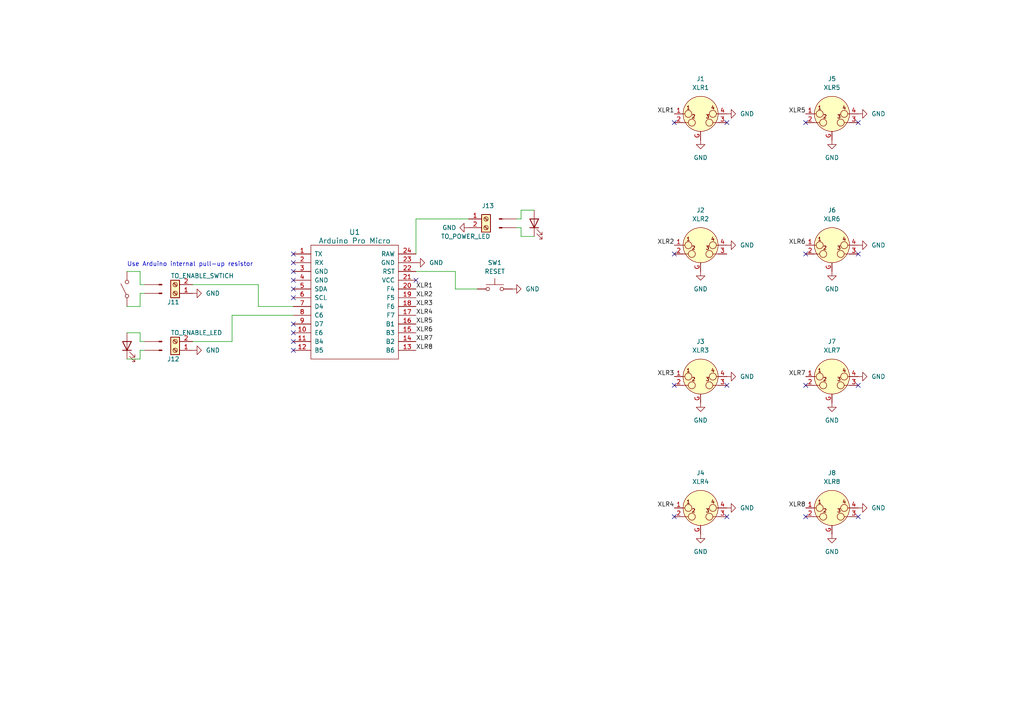
<source format=kicad_sch>
(kicad_sch (version 20211123) (generator eeschema)
  (paper "A4")
  (lib_symbols
    (symbol "Arduino Pro Micro:ProMicro" (pin_names (offset 1.016))
      (property "Reference" "U" (at 0 24.13 0))
      (property "Value" "ProMicro" (at 0 -13.97 0))
      (symbol "ProMicro_0_1"
        (rectangle (start -12.7 21.59) (end 12.7 -11.43))
      )
      (symbol "ProMicro_1_1"
        (pin bidirectional line (at -17.78 19.05 0) (length 5.08) (name "TX") (number "1"))
        (pin bidirectional line (at -17.78 -3.81 0) (length 5.08) (name "E6") (number "10"))
        (pin bidirectional line (at -17.78 -6.35 0) (length 5.08) (name "B4") (number "11"))
        (pin bidirectional line (at -17.78 -8.89 0) (length 5.08) (name "B5") (number "12"))
        (pin bidirectional line (at 17.78 -8.89 180) (length 5.08) (name "B6") (number "13"))
        (pin bidirectional line (at 17.78 -6.35 180) (length 5.08) (name "B2") (number "14"))
        (pin bidirectional line (at 17.78 -3.81 180) (length 5.08) (name "B3") (number "15"))
        (pin bidirectional line (at 17.78 -1.27 180) (length 5.08) (name "B1") (number "16"))
        (pin bidirectional line (at 17.78 1.27 180) (length 5.08) (name "F7") (number "17"))
        (pin bidirectional line (at 17.78 3.81 180) (length 5.08) (name "F6") (number "18"))
        (pin bidirectional line (at 17.78 6.35 180) (length 5.08) (name "F5") (number "19"))
        (pin bidirectional line (at -17.78 16.51 0) (length 5.08) (name "RX") (number "2"))
        (pin bidirectional line (at 17.78 8.89 180) (length 5.08) (name "F4") (number "20"))
        (pin power_in line (at 17.78 11.43 180) (length 5.08) (name "VCC") (number "21"))
        (pin input line (at 17.78 13.97 180) (length 5.08) (name "RST") (number "22"))
        (pin power_in line (at 17.78 16.51 180) (length 5.08) (name "GND") (number "23"))
        (pin power_out line (at 17.78 19.05 180) (length 5.08) (name "RAW") (number "24"))
        (pin power_in line (at -17.78 13.97 0) (length 5.08) (name "GND") (number "3"))
        (pin power_in line (at -17.78 11.43 0) (length 5.08) (name "GND") (number "4"))
        (pin bidirectional line (at -17.78 8.89 0) (length 5.08) (name "SDA") (number "5"))
        (pin bidirectional line (at -17.78 6.35 0) (length 5.08) (name "SCL") (number "6"))
        (pin bidirectional line (at -17.78 3.81 0) (length 5.08) (name "D4") (number "7"))
        (pin bidirectional line (at -17.78 1.27 0) (length 5.08) (name "C6") (number "8"))
        (pin bidirectional line (at -17.78 -1.27 0) (length 5.08) (name "D7") (number "9"))
      )
    )
    (symbol "Conn_01x02_Male_1" (pin_numbers hide) (pin_names (offset 1.016) hide)
      (property "Reference" "J" (at 0 2.54 0))
      (property "Value" "Conn_01x02_Male_1" (at 0 -5.08 0))
      (symbol "Conn_01x02_Male_1_1_1"
        (polyline (pts (xy 1.27 -2.54) (xy 0.8636 -2.54)) (stroke (width 0.1524)))
        (polyline (pts (xy 1.27 0) (xy 0.8636 0)) (stroke (width 0.1524)))
        (rectangle (start 0.8636 -2.413) (end 0 -2.667) (stroke (width 0.1524)) (fill (type outline)))
        (rectangle (start 0.8636 0.127) (end 0 -0.127) (stroke (width 0.1524)) (fill (type outline)))
        (pin passive line (at 5.08 0 180) (length 3.81) (name "Pin_1") (number "1"))
        (pin passive line (at 5.08 -2.54 180) (length 3.81) (name "Pin_2") (number "2"))
      )
    )
    (symbol "Conn_01x02_Male_2" (pin_numbers hide) (pin_names (offset 1.016) hide)
      (property "Reference" "J" (at 0 2.54 0))
      (property "Value" "Conn_01x02_Male_2" (at 0 -5.08 0))
      (symbol "Conn_01x02_Male_2_1_1"
        (polyline (pts (xy 1.27 -2.54) (xy 0.8636 -2.54)) (stroke (width 0.1524)))
        (polyline (pts (xy 1.27 0) (xy 0.8636 0)) (stroke (width 0.1524)))
        (rectangle (start 0.8636 -2.413) (end 0 -2.667) (stroke (width 0.1524)) (fill (type outline)))
        (rectangle (start 0.8636 0.127) (end 0 -0.127) (stroke (width 0.1524)) (fill (type outline)))
        (pin passive line (at 5.08 0 180) (length 3.81) (name "Pin_1") (number "1"))
        (pin passive line (at 5.08 -2.54 180) (length 3.81) (name "Pin_2") (number "2"))
      )
    )
    (symbol "Connector:Conn_01x02_Male" (pin_numbers hide) (pin_names (offset 1.016) hide)
      (property "Reference" "J" (at 0 2.54 0))
      (property "Value" "Conn_01x02_Male" (at 0 -5.08 0))
      (symbol "Conn_01x02_Male_1_1"
        (polyline (pts (xy 1.27 -2.54) (xy 0.8636 -2.54)) (stroke (width 0.1524)))
        (polyline (pts (xy 1.27 0) (xy 0.8636 0)) (stroke (width 0.1524)))
        (rectangle (start 0.8636 -2.413) (end 0 -2.667) (stroke (width 0.1524)) (fill (type outline)))
        (rectangle (start 0.8636 0.127) (end 0 -0.127) (stroke (width 0.1524)) (fill (type outline)))
        (pin passive line (at 5.08 0 180) (length 3.81) (name "Pin_1") (number "1"))
        (pin passive line (at 5.08 -2.54 180) (length 3.81) (name "Pin_2") (number "2"))
      )
    )
    (symbol "Connector:Screw_Terminal_01x02" (pin_names (offset 1.016) hide)
      (property "Reference" "J" (at 0 2.54 0))
      (property "Value" "Screw_Terminal_01x02" (at 0 -5.08 0))
      (symbol "Screw_Terminal_01x02_1_1"
        (rectangle (start -1.27 1.27) (end 1.27 -3.81) (stroke (width 0.254)) (fill (type background)))
        (circle (center 0 -2.54) (radius 0.635) (stroke (width 0.1524)))
        (polyline (pts (xy -0.5334 -2.2098) (xy 0.3302 -3.048)) (stroke (width 0.1524)))
        (polyline (pts (xy -0.5334 0.3302) (xy 0.3302 -0.508)) (stroke (width 0.1524)))
        (polyline (pts (xy -0.3556 -2.032) (xy 0.508 -2.8702)) (stroke (width 0.1524)))
        (polyline (pts (xy -0.3556 0.508) (xy 0.508 -0.3302)) (stroke (width 0.1524)))
        (circle (center 0 0) (radius 0.635) (stroke (width 0.1524)))
        (pin passive line (at -5.08 0 0) (length 3.81) (name "Pin_1") (number "1"))
        (pin passive line (at -5.08 -2.54 0) (length 3.81) (name "Pin_2") (number "2"))
      )
    )
    (symbol "Device:LED" (pin_numbers hide) (pin_names (offset 1.016) hide)
      (property "Reference" "D" (at 0 2.54 0))
      (property "Value" "LED" (at 0 -2.54 0))
      (symbol "LED_0_1"
        (polyline (pts (xy -1.27 -1.27) (xy -1.27 1.27)) (stroke (width 0.254)))
        (polyline (pts (xy -1.27 0) (xy 1.27 0)))
        (polyline (pts (xy 1.27 -1.27) (xy 1.27 1.27) (xy -1.27 0) (xy 1.27 -1.27)) (stroke (width 0.254)))
        (polyline (pts (xy -3.048 -0.762) (xy -4.572 -2.286) (xy -3.81 -2.286) (xy -4.572 -2.286) (xy -4.572 -1.524)))
        (polyline (pts (xy -1.778 -0.762) (xy -3.302 -2.286) (xy -2.54 -2.286) (xy -3.302 -2.286) (xy -3.302 -1.524)))
      )
      (symbol "LED_1_1"
        (pin passive line (at -3.81 0 0) (length 2.54) (name "K") (number "1"))
        (pin passive line (at 3.81 0 180) (length 2.54) (name "A") (number "2"))
      )
    )
    (symbol "Switch:SW_Push" (pin_numbers hide) (pin_names (offset 1.016) hide)
      (property "Reference" "SW" (at 1.27 2.54 0))
      (property "Value" "SW_Push" (at 0 -1.524 0))
      (symbol "SW_Push_0_1"
        (circle (center -2.032 0) (radius 0.508))
        (polyline (pts (xy 0 1.27) (xy 0 3.048)))
        (polyline (pts (xy 2.54 1.27) (xy -2.54 1.27)))
        (circle (center 2.032 0) (radius 0.508))
        (pin passive line (at -5.08 0 0) (length 2.54) (name "1") (number "1"))
        (pin passive line (at 5.08 0 180) (length 2.54) (name "2") (number "2"))
      )
    )
    (symbol "Switch:SW_SPST" (pin_numbers hide) (pin_names (offset 0) hide)
      (property "Reference" "SW" (at 0 3.175 0))
      (property "Value" "SW_SPST" (at 0 -2.54 0))
      (symbol "SW_SPST_0_0"
        (circle (center -2.032 0) (radius 0.508))
        (polyline (pts (xy -1.524 0.254) (xy 1.524 1.778)))
        (circle (center 2.032 0) (radius 0.508))
      )
      (symbol "SW_SPST_1_1"
        (pin passive line (at -5.08 0 0) (length 2.54) (name "A") (number "1"))
        (pin passive line (at 5.08 0 180) (length 2.54) (name "B") (number "2"))
      )
    )
    (symbol "XLR_connector_with_ground_pin:XLR4_Ground" (pin_names hide)
      (property "Reference" "J" (at 0 8.89 0))
      (property "Value" "XLR4_Ground" (at 0 6.35 0))
      (symbol "XLR4_Ground_0_1"
        (circle (center -3.556 0) (radius 1.016))
        (circle (center -2.54 -2.54) (radius 1.016))
        (polyline (pts (xy -5.08 -2.54) (xy -4.445 -2.54)))
        (polyline (pts (xy -5.08 0) (xy -4.572 0)))
        (polyline (pts (xy -4.572 -2.54) (xy -3.556 -2.54)))
        (polyline (pts (xy 4.318 -2.54) (xy 3.556 -2.54)))
        (polyline (pts (xy 5.08 -2.54) (xy 4.445 -2.54)))
        (polyline (pts (xy 5.08 0) (xy 4.572 0)))
        (circle (center 0 0) (radius 5.08) (fill (type background)))
        (circle (center 2.54 -2.54) (radius 1.016))
        (circle (center 3.556 0) (radius 1.016))
        (text "1" (at -3.556 1.778 0) (effects (font (size 1.016 1.016) bold)))
        (text "2" (at -2.032 -0.762 0) (effects (font (size 1.016 1.016) bold)))
        (text "3" (at 2.032 -0.762 0) (effects (font (size 1.016 1.016) bold)))
        (text "4" (at 3.556 1.778 0) (effects (font (size 1.016 1.016) bold)))
      )
      (symbol "XLR4_Ground_1_1"
        (pin passive line (at -7.62 0 0) (length 2.54) (name "1") (number "1"))
        (pin passive line (at -7.62 -2.54 0) (length 2.54) (name "2") (number "2"))
        (pin passive line (at 7.62 -2.54 180) (length 2.54) (name "3") (number "3"))
        (pin passive line (at 7.62 0 180) (length 2.54) (name "4") (number "4"))
        (pin passive line (at 0 -7.62 90) (length 2.54) (name "G") (number "G"))
      )
    )
    (symbol "power:GND" (power) (pin_names (offset 0))
      (property "Value" "GND" (at 0 -3.81 0))
      (symbol "GND_0_1"
        (polyline (pts (xy 0 0) (xy 0 -1.27) (xy 1.27 -1.27) (xy 0 -2.54) (xy -1.27 -1.27) (xy 0 -1.27)))
      )
      (symbol "GND_1_1"
        (pin power_in line (at 0 0 270) (length 0) hide (name "GND") (number "1"))
      )
    )
  )
  (no_connect (at 85.09 93.98))
  (no_connect (at 85.09 99.06))
  (no_connect (at 85.09 78.74))
  (no_connect (at 248.92 35.56))
  (no_connect (at 233.68 35.56))
  (no_connect (at 210.82 111.76))
  (no_connect (at 195.58 111.76))
  (no_connect (at 210.82 35.56))
  (no_connect (at 195.58 35.56))
  (no_connect (at 210.82 149.86))
  (no_connect (at 195.58 149.86))
  (no_connect (at 248.92 149.86))
  (no_connect (at 233.68 149.86))
  (no_connect (at 233.68 111.76))
  (no_connect (at 248.92 111.76))
  (no_connect (at 233.68 73.66))
  (no_connect (at 195.58 73.66))
  (no_connect (at 248.92 73.66))
  (no_connect (at 85.09 83.82))
  (no_connect (at 120.65 81.28))
  (no_connect (at 85.09 81.28))
  (no_connect (at 85.09 76.2))
  (no_connect (at 85.09 96.52))
  (no_connect (at 85.09 101.6))
  (no_connect (at 85.09 73.66))
  (no_connect (at 85.09 86.36))
  (wire (pts (xy 151.13 66.04) (xy 151.13 68.58)))
  (wire (pts (xy 132.08 83.82) (xy 138.43 83.82)))
  (wire (pts (xy 149.86 66.04) (xy 151.13 66.04)))
  (wire (pts (xy 85.09 88.9) (xy 74.93 88.9)))
  (wire (pts (xy 151.13 63.5) (xy 151.13 60.96)))
  (wire (pts (xy 40.64 104.14) (xy 36.83 104.14)))
  (wire (pts (xy 40.64 99.06) (xy 40.64 96.52)))
  (wire (pts (xy 41.91 82.55) (xy 40.64 82.55)))
  (wire (pts (xy 132.08 78.74) (xy 132.08 83.82)))
  (wire (pts (xy 40.64 96.52) (xy 36.83 96.52)))
  (wire (pts (xy 120.65 78.74) (xy 132.08 78.74)))
  (wire (pts (xy 41.91 99.06) (xy 40.64 99.06)))
  (wire (pts (xy 67.31 99.06) (xy 55.88 99.06)))
  (wire (pts (xy 135.89 63.5) (xy 120.65 63.5)))
  (wire (pts (xy 67.31 91.44) (xy 67.31 99.06)))
  (wire (pts (xy 120.65 63.5) (xy 120.65 73.66)))
  (wire (pts (xy 74.93 88.9) (xy 74.93 82.55)))
  (wire (pts (xy 151.13 60.96) (xy 154.94 60.96)))
  (wire (pts (xy 40.64 88.9) (xy 36.83 88.9)))
  (wire (pts (xy 149.86 63.5) (xy 151.13 63.5)))
  (wire (pts (xy 40.64 101.6) (xy 40.64 104.14)))
  (wire (pts (xy 151.13 68.58) (xy 154.94 68.58)))
  (wire (pts (xy 85.09 91.44) (xy 67.31 91.44)))
  (wire (pts (xy 41.91 101.6) (xy 40.64 101.6)))
  (wire (pts (xy 40.64 78.74) (xy 36.83 78.74)))
  (wire (pts (xy 40.64 85.09) (xy 40.64 88.9)))
  (wire (pts (xy 40.64 82.55) (xy 40.64 78.74)))
  (wire (pts (xy 74.93 82.55) (xy 55.88 82.55)))
  (wire (pts (xy 41.91 85.09) (xy 40.64 85.09)))
  (text "Use Arduino internal pull-up resistor" (at 36.83 77.47 0) (effects (font (size 1.27 1.27)) (justify left bottom)))
  (label "XLR6" (at 120.65 96.52 0))
  (label "XLR4" (at 120.65 91.44 0))
  (label "XLR8" (at 233.68 147.32 180))
  (label "XLR1" (at 195.58 33.02 180))
  (label "XLR3" (at 120.65 88.9 0))
  (label "XLR3" (at 195.58 109.22 180))
  (label "XLR8" (at 120.65 101.6 0))
  (label "XLR5" (at 233.68 33.02 180))
  (label "XLR2" (at 195.58 71.12 180))
  (label "XLR2" (at 120.65 86.36 0))
  (label "XLR5" (at 120.65 93.98 0))
  (label "XLR7" (at 120.65 99.06 0))
  (label "XLR6" (at 233.68 71.12 180))
  (label "XLR4" (at 195.58 147.32 180))
  (label "XLR7" (at 233.68 109.22 180))
  (label "XLR1" (at 120.65 83.82 0))
  (symbol (lib_id "power:GND") (at 241.3 78.74 0) (unit 1)
    (property "Reference" "#PWR08" (effects hide))
    (property "Value" "GND" (at 241.3 83.82 0))
  )
  (symbol (lib_id "XLR_connector_with_ground_pin:XLR4_Ground") (at 203.2 147.32 0) (unit 1)
    (property "Reference" "J4" (at 203.2 137.16 0))
    (property "Value" "XLR4" (at 203.2 139.7 0))
    (property "Footprint" "Connector_Audio:Jack_XLR_Neutrik_NC4MBV_Vertical" (effects hide))
    (property "Datasheet" " ~" (effects hide))
  )
  (symbol (lib_id "XLR_connector_with_ground_pin:XLR4_Ground") (at 203.2 109.22 0) (unit 1)
    (property "Reference" "J3" (at 203.2 99.06 0))
    (property "Value" "XLR3" (at 203.2 101.6 0))
    (property "Footprint" "Connector_Audio:Jack_XLR_Neutrik_NC4MBV_Vertical" (effects hide))
    (property "Datasheet" " ~" (effects hide))
  )
  (symbol (lib_id "Arduino Pro Micro:ProMicro") (at 102.87 92.71 0) (unit 1)
    (property "Reference" "U1" (at 102.87 67.31 0) (effects (font (size 1.524 1.524))))
    (property "Value" "Arduino Pro Micro" (at 102.87 69.85 0) (effects (font (size 1.524 1.524))))
    (property "Footprint" "Arduino_Pro_Micro:ProMicro" (effects hide))
  )
  (symbol (lib_id "power:GND") (at 241.3 40.64 0) (unit 1)
    (property "Reference" "#PWR05" (effects hide))
    (property "Value" "GND" (at 241.3 45.72 0))
  )
  (symbol (lib_name "Conn_01x02_Male_2") (lib_id "Connector:Conn_01x02_Male") (at 144.78 63.5 0) (unit 1) (in_bom no) (on_board no)
    (property "Reference" "J14" (effects hide))
    (property "Value" "Conn_01x02_Male" (effects hide))
  )
  (symbol (lib_id "Connector:Screw_Terminal_01x02") (at 50.8 101.6 180) (unit 1)
    (property "Reference" "J12" (at 52.07 104.1401 0) (effects (justify left)))
    (property "Value" "TO_ENABLE_LED" (at 49.53 96.5201 0) (effects (justify right)))
    (property "Footprint" "TerminalBlock_Phoenix:TerminalBlock_Phoenix_MKDS-1,5-2-5.08_1x02_P5.08mm_Horizontal" (effects hide))
  )
  (symbol (lib_id "XLR_connector_with_ground_pin:XLR4_Ground") (at 241.3 109.22 0) (unit 1)
    (property "Reference" "J7" (at 241.3 99.06 0))
    (property "Value" "XLR7" (at 241.3 101.6 0))
    (property "Footprint" "Connector_Audio:Jack_XLR_Neutrik_NC4MBV_Vertical" (effects hide))
    (property "Datasheet" " ~" (effects hide))
  )
  (symbol (lib_id "Connector:Screw_Terminal_01x02") (at 140.97 63.5 0) (unit 1)
    (property "Reference" "J13" (at 139.7 59.6899 0) (effects (justify left)))
    (property "Value" "TO_POWER_LED" (at 142.24 68.5799 0) (effects (justify right)))
    (property "Footprint" "TerminalBlock_Phoenix:TerminalBlock_Phoenix_MKDS-1,5-2-5.08_1x02_P5.08mm_Horizontal" (effects hide))
  )
  (symbol (lib_id "power:GND") (at 203.2 116.84 0) (unit 1)
    (property "Reference" "#PWR012" (effects hide))
    (property "Value" "GND" (at 203.2 121.92 0))
  )
  (symbol (lib_id "XLR_connector_with_ground_pin:XLR4_Ground") (at 241.3 71.12 0) (unit 1)
    (property "Reference" "J6" (at 241.3 60.96 0))
    (property "Value" "XLR6" (at 241.3 63.5 0))
    (property "Footprint" "Connector_Audio:Jack_XLR_Neutrik_NC4MBV_Vertical" (effects hide))
    (property "Datasheet" " ~" (effects hide))
  )
  (symbol (lib_id "Device:LED") (at 154.94 64.77 90) (unit 1) (in_bom no) (on_board no)
    (property "Reference" "D1" (effects hide))
    (property "Value" "Power_LED" (effects hide))
  )
  (symbol (lib_id "power:GND") (at 135.89 66.04 270) (unit 1)
    (property "Reference" "#PWR0105" (effects hide))
    (property "Value" "GND" (at 128.27 66.0399 90) (effects (justify left)))
  )
  (symbol (lib_id "power:GND") (at 55.88 85.09 90) (unit 1)
    (property "Reference" "#PWR0102" (effects hide))
    (property "Value" "GND" (at 59.69 85.0899 90) (effects (justify right)))
  )
  (symbol (lib_id "power:GND") (at 210.82 33.02 90) (unit 1)
    (property "Reference" "#PWR02" (effects hide))
    (property "Value" "GND" (at 214.63 33.0199 90) (effects (justify right)))
  )
  (symbol (lib_id "power:GND") (at 148.59 83.82 90) (unit 1)
    (property "Reference" "#PWR0103" (effects hide))
    (property "Value" "GND" (at 152.4 83.8199 90) (effects (justify right)))
  )
  (symbol (lib_id "XLR_connector_with_ground_pin:XLR4_Ground") (at 203.2 71.12 0) (unit 1)
    (property "Reference" "J2" (at 203.2 60.96 0))
    (property "Value" "XLR2" (at 203.2 63.5 0))
    (property "Footprint" "Connector_Audio:Jack_XLR_Neutrik_NC4MBV_Vertical" (effects hide))
    (property "Datasheet" " ~" (effects hide))
  )
  (symbol (lib_id "Switch:SW_Push") (at 143.51 83.82 0) (unit 1)
    (property "Reference" "SW1" (at 143.51 76.2 0))
    (property "Value" "RESET" (at 143.51 78.74 0))
    (property "Footprint" "Button_Switch_THT:SW_PUSH_6mm" (effects hide))
  )
  (symbol (lib_id "power:GND") (at 203.2 40.64 0) (unit 1)
    (property "Reference" "#PWR04" (effects hide))
    (property "Value" "GND" (at 203.2 45.72 0))
  )
  (symbol (lib_id "power:GND") (at 210.82 109.22 90) (unit 1)
    (property "Reference" "#PWR010" (effects hide))
    (property "Value" "GND" (at 214.63 109.2199 90) (effects (justify right)))
  )
  (symbol (lib_id "power:GND") (at 241.3 116.84 0) (unit 1)
    (property "Reference" "#PWR017" (effects hide))
    (property "Value" "GND" (at 241.3 121.92 0))
  )
  (symbol (lib_id "XLR_connector_with_ground_pin:XLR4_Ground") (at 203.2 33.02 0) (unit 1)
    (property "Reference" "J1" (at 203.2 22.86 0))
    (property "Value" "XLR1" (at 203.2 25.4 0))
    (property "Footprint" "Connector_Audio:Jack_XLR_Neutrik_NC4MBV_Vertical" (effects hide))
    (property "Datasheet" " ~" (effects hide))
  )
  (symbol (lib_id "power:GND") (at 241.3 154.94 0) (unit 1)
    (property "Reference" "#PWR016" (effects hide))
    (property "Value" "GND" (at 241.3 160.02 0))
  )
  (symbol (lib_id "power:GND") (at 120.65 76.2 90) (unit 1)
    (property "Reference" "#PWR0104" (effects hide))
    (property "Value" "GND" (at 124.46 76.1999 90) (effects (justify right)))
  )
  (symbol (lib_id "Connector:Screw_Terminal_01x02") (at 50.8 85.09 180) (unit 1)
    (property "Reference" "J11" (at 52.07 87.6301 0) (effects (justify left)))
    (property "Value" "TO_ENABLE_SWTICH" (at 49.53 80.0101 0) (effects (justify right)))
    (property "Footprint" "TerminalBlock_Phoenix:TerminalBlock_Phoenix_MKDS-1,5-2-5.08_1x02_P5.08mm_Horizontal" (effects hide))
  )
  (symbol (lib_id "Device:LED") (at 36.83 100.33 90) (unit 1) (in_bom no) (on_board no)
    (property "Reference" "D2" (effects hide))
    (property "Value" "Enable_LED" (effects hide))
  )
  (symbol (lib_id "power:GND") (at 210.82 147.32 90) (unit 1)
    (property "Reference" "#PWR013" (effects hide))
    (property "Value" "GND" (at 214.63 147.3199 90) (effects (justify right)))
  )
  (symbol (lib_id "power:GND") (at 203.2 78.74 0) (unit 1)
    (property "Reference" "#PWR09" (effects hide))
    (property "Value" "GND" (at 203.2 83.82 0))
  )
  (symbol (lib_id "power:GND") (at 210.82 71.12 90) (unit 1)
    (property "Reference" "#PWR07" (effects hide))
    (property "Value" "GND" (at 214.63 71.1199 90) (effects (justify right)))
  )
  (symbol (lib_id "power:GND") (at 248.92 71.12 90) (unit 1)
    (property "Reference" "#PWR06" (effects hide))
    (property "Value" "GND" (at 252.73 71.1199 90) (effects (justify right)))
  )
  (symbol (lib_id "XLR_connector_with_ground_pin:XLR4_Ground") (at 241.3 147.32 0) (unit 1)
    (property "Reference" "J8" (at 241.3 137.16 0))
    (property "Value" "XLR8" (at 241.3 139.7 0))
    (property "Footprint" "Connector_Audio:Jack_XLR_Neutrik_NC4MBV_Vertical" (effects hide))
    (property "Datasheet" " ~" (effects hide))
  )
  (symbol (lib_id "power:GND") (at 248.92 147.32 90) (unit 1)
    (property "Reference" "#PWR014" (effects hide))
    (property "Value" "GND" (at 252.73 147.3199 90) (effects (justify right)))
  )
  (symbol (lib_id "power:GND") (at 248.92 33.02 90) (unit 1)
    (property "Reference" "#PWR03" (effects hide))
    (property "Value" "GND" (at 252.73 33.0199 90) (effects (justify right)))
  )
  (symbol (lib_id "XLR_connector_with_ground_pin:XLR4_Ground") (at 241.3 33.02 0) (unit 1)
    (property "Reference" "J5" (at 241.3 22.86 0))
    (property "Value" "XLR5" (at 241.3 25.4 0))
    (property "Footprint" "Connector_Audio:Jack_XLR_Neutrik_NC4MBV_Vertical" (effects hide))
    (property "Datasheet" " ~" (effects hide))
  )
  (symbol (lib_id "Connector:Conn_01x02_Male") (at 46.99 85.09 180) (unit 1) (in_bom no) (on_board no)
    (property "Reference" "J9" (effects hide))
    (property "Value" "Conn_01x02_Male" (effects hide))
  )
  (symbol (lib_name "Conn_01x02_Male_1") (lib_id "Connector:Conn_01x02_Male") (at 46.99 101.6 180) (unit 1) (in_bom no) (on_board no)
    (property "Reference" "J10" (effects hide))
    (property "Value" "Conn_01x02_Male" (effects hide))
  )
  (symbol (lib_id "power:GND") (at 203.2 154.94 0) (unit 1)
    (property "Reference" "#PWR015" (effects hide))
    (property "Value" "GND" (at 203.2 160.02 0))
  )
  (symbol (lib_id "power:GND") (at 248.92 109.22 90) (unit 1)
    (property "Reference" "#PWR011" (effects hide))
    (property "Value" "GND" (at 252.73 109.2199 90) (effects (justify right)))
  )
  (symbol (lib_id "Switch:SW_SPST") (at 36.83 83.82 90) (unit 1) (in_bom no) (on_board no)
    (property "Reference" "SW2" (effects hide))
    (property "Value" "Enable_switch" (effects hide))
  )
  (symbol (lib_id "power:GND") (at 55.88 101.6 90) (unit 1)
    (property "Reference" "#PWR0101" (effects hide))
    (property "Value" "GND" (at 59.69 101.5999 90) (effects (justify right)))
  )
)
</source>
